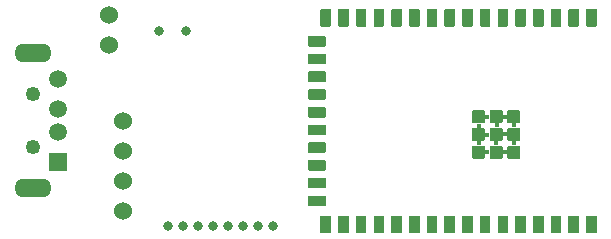
<source format=gbr>
G04 #@! TF.GenerationSoftware,KiCad,Pcbnew,(5.1.12)-1*
G04 #@! TF.CreationDate,2022-01-02T13:29:21+01:00*
G04 #@! TF.ProjectId,20210211_eduino,32303231-3032-4313-915f-656475696e6f,v1.0*
G04 #@! TF.SameCoordinates,Original*
G04 #@! TF.FileFunction,Soldermask,Bot*
G04 #@! TF.FilePolarity,Negative*
%FSLAX46Y46*%
G04 Gerber Fmt 4.6, Leading zero omitted, Abs format (unit mm)*
G04 Created by KiCad (PCBNEW (5.1.12)-1) date 2022-01-02 13:29:21*
%MOMM*%
%LPD*%
G01*
G04 APERTURE LIST*
%ADD10C,0.400000*%
%ADD11C,1.524000*%
%ADD12C,0.800000*%
%ADD13R,1.508000X1.508000*%
%ADD14C,1.508000*%
%ADD15C,1.250000*%
%ADD16O,3.150000X1.575000*%
G04 APERTURE END LIST*
G36*
G01*
X130198900Y-57810000D02*
X129441100Y-57810000D01*
G75*
G02*
X129370000Y-57738900I0J71100D01*
G01*
X129370000Y-56381100D01*
G75*
G02*
X129441100Y-56310000I71100J0D01*
G01*
X130198900Y-56310000D01*
G75*
G02*
X130270000Y-56381100I0J-71100D01*
G01*
X130270000Y-57738900D01*
G75*
G02*
X130198900Y-57810000I-71100J0D01*
G01*
G37*
G36*
G01*
X128698900Y-57810000D02*
X127941100Y-57810000D01*
G75*
G02*
X127870000Y-57738900I0J71100D01*
G01*
X127870000Y-56381100D01*
G75*
G02*
X127941100Y-56310000I71100J0D01*
G01*
X128698900Y-56310000D01*
G75*
G02*
X128770000Y-56381100I0J-71100D01*
G01*
X128770000Y-57738900D01*
G75*
G02*
X128698900Y-57810000I-71100J0D01*
G01*
G37*
G36*
G01*
X127198900Y-57810000D02*
X126441100Y-57810000D01*
G75*
G02*
X126370000Y-57738900I0J71100D01*
G01*
X126370000Y-56381100D01*
G75*
G02*
X126441100Y-56310000I71100J0D01*
G01*
X127198900Y-56310000D01*
G75*
G02*
X127270000Y-56381100I0J-71100D01*
G01*
X127270000Y-57738900D01*
G75*
G02*
X127198900Y-57810000I-71100J0D01*
G01*
G37*
G36*
G01*
X125698900Y-57810000D02*
X124941100Y-57810000D01*
G75*
G02*
X124870000Y-57738900I0J71100D01*
G01*
X124870000Y-56381100D01*
G75*
G02*
X124941100Y-56310000I71100J0D01*
G01*
X125698900Y-56310000D01*
G75*
G02*
X125770000Y-56381100I0J-71100D01*
G01*
X125770000Y-57738900D01*
G75*
G02*
X125698900Y-57810000I-71100J0D01*
G01*
G37*
G36*
G01*
X124198900Y-57810000D02*
X123441100Y-57810000D01*
G75*
G02*
X123370000Y-57738900I0J71100D01*
G01*
X123370000Y-56381100D01*
G75*
G02*
X123441100Y-56310000I71100J0D01*
G01*
X124198900Y-56310000D01*
G75*
G02*
X124270000Y-56381100I0J-71100D01*
G01*
X124270000Y-57738900D01*
G75*
G02*
X124198900Y-57810000I-71100J0D01*
G01*
G37*
G36*
G01*
X122698900Y-57810000D02*
X121941100Y-57810000D01*
G75*
G02*
X121870000Y-57738900I0J71100D01*
G01*
X121870000Y-56381100D01*
G75*
G02*
X121941100Y-56310000I71100J0D01*
G01*
X122698900Y-56310000D01*
G75*
G02*
X122770000Y-56381100I0J-71100D01*
G01*
X122770000Y-57738900D01*
G75*
G02*
X122698900Y-57810000I-71100J0D01*
G01*
G37*
G36*
G01*
X121198900Y-57810000D02*
X120441100Y-57810000D01*
G75*
G02*
X120370000Y-57738900I0J71100D01*
G01*
X120370000Y-56381100D01*
G75*
G02*
X120441100Y-56310000I71100J0D01*
G01*
X121198900Y-56310000D01*
G75*
G02*
X121270000Y-56381100I0J-71100D01*
G01*
X121270000Y-57738900D01*
G75*
G02*
X121198900Y-57810000I-71100J0D01*
G01*
G37*
G36*
G01*
X119698900Y-57810000D02*
X118941100Y-57810000D01*
G75*
G02*
X118870000Y-57738900I0J71100D01*
G01*
X118870000Y-56381100D01*
G75*
G02*
X118941100Y-56310000I71100J0D01*
G01*
X119698900Y-56310000D01*
G75*
G02*
X119770000Y-56381100I0J-71100D01*
G01*
X119770000Y-57738900D01*
G75*
G02*
X119698900Y-57810000I-71100J0D01*
G01*
G37*
G36*
G01*
X118198900Y-57810000D02*
X117441100Y-57810000D01*
G75*
G02*
X117370000Y-57738900I0J71100D01*
G01*
X117370000Y-56381100D01*
G75*
G02*
X117441100Y-56310000I71100J0D01*
G01*
X118198900Y-56310000D01*
G75*
G02*
X118270000Y-56381100I0J-71100D01*
G01*
X118270000Y-57738900D01*
G75*
G02*
X118198900Y-57810000I-71100J0D01*
G01*
G37*
G36*
G01*
X116698900Y-57810000D02*
X115941100Y-57810000D01*
G75*
G02*
X115870000Y-57738900I0J71100D01*
G01*
X115870000Y-56381100D01*
G75*
G02*
X115941100Y-56310000I71100J0D01*
G01*
X116698900Y-56310000D01*
G75*
G02*
X116770000Y-56381100I0J-71100D01*
G01*
X116770000Y-57738900D01*
G75*
G02*
X116698900Y-57810000I-71100J0D01*
G01*
G37*
G36*
G01*
X115198900Y-57810000D02*
X114441100Y-57810000D01*
G75*
G02*
X114370000Y-57738900I0J71100D01*
G01*
X114370000Y-56381100D01*
G75*
G02*
X114441100Y-56310000I71100J0D01*
G01*
X115198900Y-56310000D01*
G75*
G02*
X115270000Y-56381100I0J-71100D01*
G01*
X115270000Y-57738900D01*
G75*
G02*
X115198900Y-57810000I-71100J0D01*
G01*
G37*
G36*
G01*
X113698900Y-57810000D02*
X112941100Y-57810000D01*
G75*
G02*
X112870000Y-57738900I0J71100D01*
G01*
X112870000Y-56381100D01*
G75*
G02*
X112941100Y-56310000I71100J0D01*
G01*
X113698900Y-56310000D01*
G75*
G02*
X113770000Y-56381100I0J-71100D01*
G01*
X113770000Y-57738900D01*
G75*
G02*
X113698900Y-57810000I-71100J0D01*
G01*
G37*
G36*
G01*
X112198900Y-57810000D02*
X111441100Y-57810000D01*
G75*
G02*
X111370000Y-57738900I0J71100D01*
G01*
X111370000Y-56381100D01*
G75*
G02*
X111441100Y-56310000I71100J0D01*
G01*
X112198900Y-56310000D01*
G75*
G02*
X112270000Y-56381100I0J-71100D01*
G01*
X112270000Y-57738900D01*
G75*
G02*
X112198900Y-57810000I-71100J0D01*
G01*
G37*
G36*
G01*
X110698900Y-57810000D02*
X109941100Y-57810000D01*
G75*
G02*
X109870000Y-57738900I0J71100D01*
G01*
X109870000Y-56381100D01*
G75*
G02*
X109941100Y-56310000I71100J0D01*
G01*
X110698900Y-56310000D01*
G75*
G02*
X110770000Y-56381100I0J-71100D01*
G01*
X110770000Y-57738900D01*
G75*
G02*
X110698900Y-57810000I-71100J0D01*
G01*
G37*
G36*
G01*
X109198900Y-57810000D02*
X108441100Y-57810000D01*
G75*
G02*
X108370000Y-57738900I0J71100D01*
G01*
X108370000Y-56381100D01*
G75*
G02*
X108441100Y-56310000I71100J0D01*
G01*
X109198900Y-56310000D01*
G75*
G02*
X109270000Y-56381100I0J-71100D01*
G01*
X109270000Y-57738900D01*
G75*
G02*
X109198900Y-57810000I-71100J0D01*
G01*
G37*
G36*
G01*
X107698900Y-57810000D02*
X106941100Y-57810000D01*
G75*
G02*
X106870000Y-57738900I0J71100D01*
G01*
X106870000Y-56381100D01*
G75*
G02*
X106941100Y-56310000I71100J0D01*
G01*
X107698900Y-56310000D01*
G75*
G02*
X107770000Y-56381100I0J-71100D01*
G01*
X107770000Y-57738900D01*
G75*
G02*
X107698900Y-57810000I-71100J0D01*
G01*
G37*
G36*
G01*
X105820000Y-55438900D02*
X105820000Y-54681100D01*
G75*
G02*
X105891100Y-54610000I71100J0D01*
G01*
X107248900Y-54610000D01*
G75*
G02*
X107320000Y-54681100I0J-71100D01*
G01*
X107320000Y-55438900D01*
G75*
G02*
X107248900Y-55510000I-71100J0D01*
G01*
X105891100Y-55510000D01*
G75*
G02*
X105820000Y-55438900I0J71100D01*
G01*
G37*
G36*
G01*
X105820000Y-53938900D02*
X105820000Y-53181100D01*
G75*
G02*
X105891100Y-53110000I71100J0D01*
G01*
X107248900Y-53110000D01*
G75*
G02*
X107320000Y-53181100I0J-71100D01*
G01*
X107320000Y-53938900D01*
G75*
G02*
X107248900Y-54010000I-71100J0D01*
G01*
X105891100Y-54010000D01*
G75*
G02*
X105820000Y-53938900I0J71100D01*
G01*
G37*
G36*
G01*
X105820000Y-52438900D02*
X105820000Y-51681100D01*
G75*
G02*
X105891100Y-51610000I71100J0D01*
G01*
X107248900Y-51610000D01*
G75*
G02*
X107320000Y-51681100I0J-71100D01*
G01*
X107320000Y-52438900D01*
G75*
G02*
X107248900Y-52510000I-71100J0D01*
G01*
X105891100Y-52510000D01*
G75*
G02*
X105820000Y-52438900I0J71100D01*
G01*
G37*
G36*
G01*
X105820000Y-50938900D02*
X105820000Y-50181100D01*
G75*
G02*
X105891100Y-50110000I71100J0D01*
G01*
X107248900Y-50110000D01*
G75*
G02*
X107320000Y-50181100I0J-71100D01*
G01*
X107320000Y-50938900D01*
G75*
G02*
X107248900Y-51010000I-71100J0D01*
G01*
X105891100Y-51010000D01*
G75*
G02*
X105820000Y-50938900I0J71100D01*
G01*
G37*
G36*
G01*
X105820000Y-49438900D02*
X105820000Y-48681100D01*
G75*
G02*
X105891100Y-48610000I71100J0D01*
G01*
X107248900Y-48610000D01*
G75*
G02*
X107320000Y-48681100I0J-71100D01*
G01*
X107320000Y-49438900D01*
G75*
G02*
X107248900Y-49510000I-71100J0D01*
G01*
X105891100Y-49510000D01*
G75*
G02*
X105820000Y-49438900I0J71100D01*
G01*
G37*
G36*
G01*
X105820000Y-47938900D02*
X105820000Y-47181100D01*
G75*
G02*
X105891100Y-47110000I71100J0D01*
G01*
X107248900Y-47110000D01*
G75*
G02*
X107320000Y-47181100I0J-71100D01*
G01*
X107320000Y-47938900D01*
G75*
G02*
X107248900Y-48010000I-71100J0D01*
G01*
X105891100Y-48010000D01*
G75*
G02*
X105820000Y-47938900I0J71100D01*
G01*
G37*
G36*
G01*
X105820000Y-46438900D02*
X105820000Y-45681100D01*
G75*
G02*
X105891100Y-45610000I71100J0D01*
G01*
X107248900Y-45610000D01*
G75*
G02*
X107320000Y-45681100I0J-71100D01*
G01*
X107320000Y-46438900D01*
G75*
G02*
X107248900Y-46510000I-71100J0D01*
G01*
X105891100Y-46510000D01*
G75*
G02*
X105820000Y-46438900I0J71100D01*
G01*
G37*
G36*
G01*
X105820000Y-44938900D02*
X105820000Y-44181100D01*
G75*
G02*
X105891100Y-44110000I71100J0D01*
G01*
X107248900Y-44110000D01*
G75*
G02*
X107320000Y-44181100I0J-71100D01*
G01*
X107320000Y-44938900D01*
G75*
G02*
X107248900Y-45010000I-71100J0D01*
G01*
X105891100Y-45010000D01*
G75*
G02*
X105820000Y-44938900I0J71100D01*
G01*
G37*
G36*
G01*
X105820000Y-43438900D02*
X105820000Y-42681100D01*
G75*
G02*
X105891100Y-42610000I71100J0D01*
G01*
X107248900Y-42610000D01*
G75*
G02*
X107320000Y-42681100I0J-71100D01*
G01*
X107320000Y-43438900D01*
G75*
G02*
X107248900Y-43510000I-71100J0D01*
G01*
X105891100Y-43510000D01*
G75*
G02*
X105820000Y-43438900I0J71100D01*
G01*
G37*
G36*
G01*
X105820000Y-41938900D02*
X105820000Y-41181100D01*
G75*
G02*
X105891100Y-41110000I71100J0D01*
G01*
X107248900Y-41110000D01*
G75*
G02*
X107320000Y-41181100I0J-71100D01*
G01*
X107320000Y-41938900D01*
G75*
G02*
X107248900Y-42010000I-71100J0D01*
G01*
X105891100Y-42010000D01*
G75*
G02*
X105820000Y-41938900I0J71100D01*
G01*
G37*
G36*
G01*
X106941100Y-38810000D02*
X107698900Y-38810000D01*
G75*
G02*
X107770000Y-38881100I0J-71100D01*
G01*
X107770000Y-40238900D01*
G75*
G02*
X107698900Y-40310000I-71100J0D01*
G01*
X106941100Y-40310000D01*
G75*
G02*
X106870000Y-40238900I0J71100D01*
G01*
X106870000Y-38881100D01*
G75*
G02*
X106941100Y-38810000I71100J0D01*
G01*
G37*
G36*
G01*
X108441100Y-38810000D02*
X109198900Y-38810000D01*
G75*
G02*
X109270000Y-38881100I0J-71100D01*
G01*
X109270000Y-40238900D01*
G75*
G02*
X109198900Y-40310000I-71100J0D01*
G01*
X108441100Y-40310000D01*
G75*
G02*
X108370000Y-40238900I0J71100D01*
G01*
X108370000Y-38881100D01*
G75*
G02*
X108441100Y-38810000I71100J0D01*
G01*
G37*
G36*
G01*
X109941100Y-38810000D02*
X110698900Y-38810000D01*
G75*
G02*
X110770000Y-38881100I0J-71100D01*
G01*
X110770000Y-40238900D01*
G75*
G02*
X110698900Y-40310000I-71100J0D01*
G01*
X109941100Y-40310000D01*
G75*
G02*
X109870000Y-40238900I0J71100D01*
G01*
X109870000Y-38881100D01*
G75*
G02*
X109941100Y-38810000I71100J0D01*
G01*
G37*
G36*
G01*
X111441100Y-38810000D02*
X112198900Y-38810000D01*
G75*
G02*
X112270000Y-38881100I0J-71100D01*
G01*
X112270000Y-40238900D01*
G75*
G02*
X112198900Y-40310000I-71100J0D01*
G01*
X111441100Y-40310000D01*
G75*
G02*
X111370000Y-40238900I0J71100D01*
G01*
X111370000Y-38881100D01*
G75*
G02*
X111441100Y-38810000I71100J0D01*
G01*
G37*
G36*
G01*
X112941100Y-38810000D02*
X113698900Y-38810000D01*
G75*
G02*
X113770000Y-38881100I0J-71100D01*
G01*
X113770000Y-40238900D01*
G75*
G02*
X113698900Y-40310000I-71100J0D01*
G01*
X112941100Y-40310000D01*
G75*
G02*
X112870000Y-40238900I0J71100D01*
G01*
X112870000Y-38881100D01*
G75*
G02*
X112941100Y-38810000I71100J0D01*
G01*
G37*
G36*
G01*
X114441100Y-38810000D02*
X115198900Y-38810000D01*
G75*
G02*
X115270000Y-38881100I0J-71100D01*
G01*
X115270000Y-40238900D01*
G75*
G02*
X115198900Y-40310000I-71100J0D01*
G01*
X114441100Y-40310000D01*
G75*
G02*
X114370000Y-40238900I0J71100D01*
G01*
X114370000Y-38881100D01*
G75*
G02*
X114441100Y-38810000I71100J0D01*
G01*
G37*
G36*
G01*
X115941100Y-38810000D02*
X116698900Y-38810000D01*
G75*
G02*
X116770000Y-38881100I0J-71100D01*
G01*
X116770000Y-40238900D01*
G75*
G02*
X116698900Y-40310000I-71100J0D01*
G01*
X115941100Y-40310000D01*
G75*
G02*
X115870000Y-40238900I0J71100D01*
G01*
X115870000Y-38881100D01*
G75*
G02*
X115941100Y-38810000I71100J0D01*
G01*
G37*
G36*
G01*
X117441100Y-38810000D02*
X118198900Y-38810000D01*
G75*
G02*
X118270000Y-38881100I0J-71100D01*
G01*
X118270000Y-40238900D01*
G75*
G02*
X118198900Y-40310000I-71100J0D01*
G01*
X117441100Y-40310000D01*
G75*
G02*
X117370000Y-40238900I0J71100D01*
G01*
X117370000Y-38881100D01*
G75*
G02*
X117441100Y-38810000I71100J0D01*
G01*
G37*
G36*
G01*
X118941100Y-38810000D02*
X119698900Y-38810000D01*
G75*
G02*
X119770000Y-38881100I0J-71100D01*
G01*
X119770000Y-40238900D01*
G75*
G02*
X119698900Y-40310000I-71100J0D01*
G01*
X118941100Y-40310000D01*
G75*
G02*
X118870000Y-40238900I0J71100D01*
G01*
X118870000Y-38881100D01*
G75*
G02*
X118941100Y-38810000I71100J0D01*
G01*
G37*
G36*
G01*
X120441100Y-38810000D02*
X121198900Y-38810000D01*
G75*
G02*
X121270000Y-38881100I0J-71100D01*
G01*
X121270000Y-40238900D01*
G75*
G02*
X121198900Y-40310000I-71100J0D01*
G01*
X120441100Y-40310000D01*
G75*
G02*
X120370000Y-40238900I0J71100D01*
G01*
X120370000Y-38881100D01*
G75*
G02*
X120441100Y-38810000I71100J0D01*
G01*
G37*
G36*
G01*
X121941100Y-38810000D02*
X122698900Y-38810000D01*
G75*
G02*
X122770000Y-38881100I0J-71100D01*
G01*
X122770000Y-40238900D01*
G75*
G02*
X122698900Y-40310000I-71100J0D01*
G01*
X121941100Y-40310000D01*
G75*
G02*
X121870000Y-40238900I0J71100D01*
G01*
X121870000Y-38881100D01*
G75*
G02*
X121941100Y-38810000I71100J0D01*
G01*
G37*
G36*
G01*
X123441100Y-38810000D02*
X124198900Y-38810000D01*
G75*
G02*
X124270000Y-38881100I0J-71100D01*
G01*
X124270000Y-40238900D01*
G75*
G02*
X124198900Y-40310000I-71100J0D01*
G01*
X123441100Y-40310000D01*
G75*
G02*
X123370000Y-40238900I0J71100D01*
G01*
X123370000Y-38881100D01*
G75*
G02*
X123441100Y-38810000I71100J0D01*
G01*
G37*
G36*
G01*
X124941100Y-38810000D02*
X125698900Y-38810000D01*
G75*
G02*
X125770000Y-38881100I0J-71100D01*
G01*
X125770000Y-40238900D01*
G75*
G02*
X125698900Y-40310000I-71100J0D01*
G01*
X124941100Y-40310000D01*
G75*
G02*
X124870000Y-40238900I0J71100D01*
G01*
X124870000Y-38881100D01*
G75*
G02*
X124941100Y-38810000I71100J0D01*
G01*
G37*
G36*
G01*
X126441100Y-38810000D02*
X127198900Y-38810000D01*
G75*
G02*
X127270000Y-38881100I0J-71100D01*
G01*
X127270000Y-40238900D01*
G75*
G02*
X127198900Y-40310000I-71100J0D01*
G01*
X126441100Y-40310000D01*
G75*
G02*
X126370000Y-40238900I0J71100D01*
G01*
X126370000Y-38881100D01*
G75*
G02*
X126441100Y-38810000I71100J0D01*
G01*
G37*
G36*
G01*
X127941100Y-38810000D02*
X128698900Y-38810000D01*
G75*
G02*
X128770000Y-38881100I0J-71100D01*
G01*
X128770000Y-40238900D01*
G75*
G02*
X128698900Y-40310000I-71100J0D01*
G01*
X127941100Y-40310000D01*
G75*
G02*
X127870000Y-40238900I0J71100D01*
G01*
X127870000Y-38881100D01*
G75*
G02*
X127941100Y-38810000I71100J0D01*
G01*
G37*
G36*
G01*
X129441100Y-38810000D02*
X130198900Y-38810000D01*
G75*
G02*
X130270000Y-38881100I0J-71100D01*
G01*
X130270000Y-40238900D01*
G75*
G02*
X130198900Y-40310000I-71100J0D01*
G01*
X129441100Y-40310000D01*
G75*
G02*
X129370000Y-40238900I0J71100D01*
G01*
X129370000Y-38881100D01*
G75*
G02*
X129441100Y-38810000I71100J0D01*
G01*
G37*
G36*
G01*
X122781900Y-50400000D02*
X123708100Y-50400000D01*
G75*
G02*
X123795000Y-50486900I0J-86900D01*
G01*
X123795000Y-51413100D01*
G75*
G02*
X123708100Y-51500000I-86900J0D01*
G01*
X122781900Y-51500000D01*
G75*
G02*
X122695000Y-51413100I0J86900D01*
G01*
X122695000Y-50486900D01*
G75*
G02*
X122781900Y-50400000I86900J0D01*
G01*
G37*
G36*
G01*
X122781900Y-48900000D02*
X123708100Y-48900000D01*
G75*
G02*
X123795000Y-48986900I0J-86900D01*
G01*
X123795000Y-49913100D01*
G75*
G02*
X123708100Y-50000000I-86900J0D01*
G01*
X122781900Y-50000000D01*
G75*
G02*
X122695000Y-49913100I0J86900D01*
G01*
X122695000Y-48986900D01*
G75*
G02*
X122781900Y-48900000I86900J0D01*
G01*
G37*
G36*
G01*
X122781900Y-47400000D02*
X123708100Y-47400000D01*
G75*
G02*
X123795000Y-47486900I0J-86900D01*
G01*
X123795000Y-48413100D01*
G75*
G02*
X123708100Y-48500000I-86900J0D01*
G01*
X122781900Y-48500000D01*
G75*
G02*
X122695000Y-48413100I0J86900D01*
G01*
X122695000Y-47486900D01*
G75*
G02*
X122781900Y-47400000I86900J0D01*
G01*
G37*
G36*
G01*
X121281900Y-50400000D02*
X122208100Y-50400000D01*
G75*
G02*
X122295000Y-50486900I0J-86900D01*
G01*
X122295000Y-51413100D01*
G75*
G02*
X122208100Y-51500000I-86900J0D01*
G01*
X121281900Y-51500000D01*
G75*
G02*
X121195000Y-51413100I0J86900D01*
G01*
X121195000Y-50486900D01*
G75*
G02*
X121281900Y-50400000I86900J0D01*
G01*
G37*
G36*
G01*
X121281900Y-48900000D02*
X122208100Y-48900000D01*
G75*
G02*
X122295000Y-48986900I0J-86900D01*
G01*
X122295000Y-49913100D01*
G75*
G02*
X122208100Y-50000000I-86900J0D01*
G01*
X121281900Y-50000000D01*
G75*
G02*
X121195000Y-49913100I0J86900D01*
G01*
X121195000Y-48986900D01*
G75*
G02*
X121281900Y-48900000I86900J0D01*
G01*
G37*
G36*
G01*
X121281900Y-47400000D02*
X122208100Y-47400000D01*
G75*
G02*
X122295000Y-47486900I0J-86900D01*
G01*
X122295000Y-48413100D01*
G75*
G02*
X122208100Y-48500000I-86900J0D01*
G01*
X121281900Y-48500000D01*
G75*
G02*
X121195000Y-48413100I0J86900D01*
G01*
X121195000Y-47486900D01*
G75*
G02*
X121281900Y-47400000I86900J0D01*
G01*
G37*
G36*
G01*
X119781900Y-50400000D02*
X120708100Y-50400000D01*
G75*
G02*
X120795000Y-50486900I0J-86900D01*
G01*
X120795000Y-51413100D01*
G75*
G02*
X120708100Y-51500000I-86900J0D01*
G01*
X119781900Y-51500000D01*
G75*
G02*
X119695000Y-51413100I0J86900D01*
G01*
X119695000Y-50486900D01*
G75*
G02*
X119781900Y-50400000I86900J0D01*
G01*
G37*
G36*
G01*
X119781900Y-48900000D02*
X120708100Y-48900000D01*
G75*
G02*
X120795000Y-48986900I0J-86900D01*
G01*
X120795000Y-49913100D01*
G75*
G02*
X120708100Y-50000000I-86900J0D01*
G01*
X119781900Y-50000000D01*
G75*
G02*
X119695000Y-49913100I0J86900D01*
G01*
X119695000Y-48986900D01*
G75*
G02*
X119781900Y-48900000I86900J0D01*
G01*
G37*
G36*
G01*
X119781900Y-47400000D02*
X120708100Y-47400000D01*
G75*
G02*
X120795000Y-47486900I0J-86900D01*
G01*
X120795000Y-48413100D01*
G75*
G02*
X120708100Y-48500000I-86900J0D01*
G01*
X119781900Y-48500000D01*
G75*
G02*
X119695000Y-48413100I0J86900D01*
G01*
X119695000Y-47486900D01*
G75*
G02*
X119781900Y-47400000I86900J0D01*
G01*
G37*
D10*
X122486400Y-50960000D03*
X123299200Y-50198000D03*
X123299200Y-48674000D03*
X122486400Y-47962800D03*
X121013200Y-47962800D03*
X120302000Y-48724800D03*
X120302000Y-50198000D03*
X121013200Y-50960000D03*
X121775200Y-50198000D03*
X121826000Y-48674000D03*
X122486400Y-49436000D03*
X121013200Y-49486800D03*
D11*
X88964000Y-41846500D03*
X88964000Y-39306500D03*
D12*
X93980000Y-57150000D03*
X95250000Y-57150000D03*
X96520000Y-57150000D03*
X97790000Y-57150000D03*
X99060000Y-57150000D03*
X100330000Y-57150000D03*
X101600000Y-57150000D03*
X102870000Y-57150000D03*
X93230700Y-40690800D03*
X95516700Y-40678100D03*
D13*
X84650000Y-51760000D03*
D14*
X84650000Y-49260000D03*
X84650000Y-47260000D03*
X84650000Y-44760000D03*
D15*
X82550000Y-50510000D03*
X82550000Y-46010000D03*
D16*
X82550000Y-42560000D03*
X82550000Y-53960000D03*
D11*
X90170000Y-55880000D03*
X90170000Y-53340000D03*
X90170000Y-50800000D03*
X90170000Y-48260000D03*
M02*

</source>
